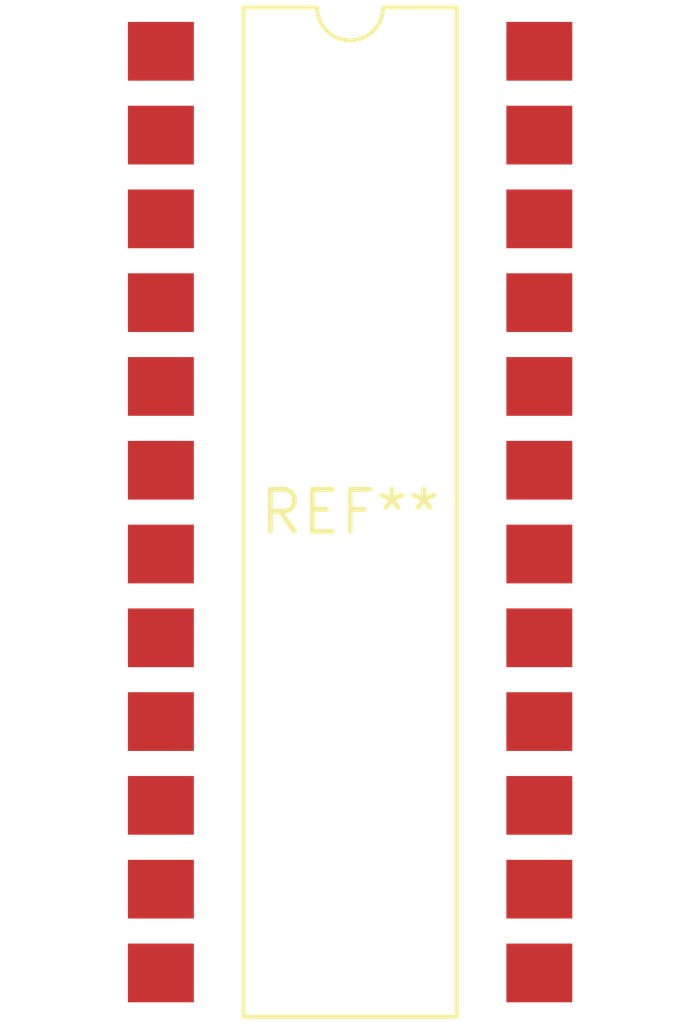
<source format=kicad_pcb>
(kicad_pcb (version 20240108) (generator pcbnew)
  (layers (0 "F.Cu" signal) (31 "B.Cu" signal) (34 "B.Paste" user) (35 "F.Paste" user) (36 "B.SilkS" user "B.Silkscreen") (37 "F.SilkS" user "F.Silkscreen") (38 "B.Mask" user) (39 "F.Mask" user) (44 "Edge.Cuts" user))
  (net 0 "")
  (footprint "SMDIP-24_W11.48mm" (layer "F.Cu") (at 0 0)
    (property "Reference" "REF**")
    (property "Value" "SMDIP-24_W11.48mm")
    (fp_line (start -3.235 -15.3) (end -3.235 15.3) (layer "F.SilkS") (stroke (width 0.12)))
    (fp_line (start -3.235 15.3) (end 3.235 15.3) (layer "F.SilkS") (stroke (width 0.12)))
    (fp_line (start -1 -15.3) (end -3.235 -15.3) (layer "F.SilkS") (stroke (width 0.12)))
    (fp_line (start 3.235 -15.3) (end 1 -15.3) (layer "F.SilkS") (stroke (width 0.12)))
    (fp_line (start 3.235 15.3) (end 3.235 -15.3) (layer "F.SilkS") (stroke (width 0.12)))
    (fp_arc (start 1 -15.3) (mid 0 -14.3) (end -1 -15.3) (layer "F.SilkS") (stroke (width 0.12)))
    (pad "1" smd rect (at -5.74 -13.97) (size 2 1.78) (layers "F.Cu" "F.Paste" "F.Mask"))
    (pad "2" smd rect (at -5.74 -11.43) (size 2 1.78) (layers "F.Cu" "F.Paste" "F.Mask"))
    (pad "3" smd rect (at -5.74 -8.89) (size 2 1.78) (layers "F.Cu" "F.Paste" "F.Mask"))
    (pad "4" smd rect (at -5.74 -6.35) (size 2 1.78) (layers "F.Cu" "F.Paste" "F.Mask"))
    (pad "5" smd rect (at -5.74 -3.81) (size 2 1.78) (layers "F.Cu" "F.Paste" "F.Mask"))
    (pad "6" smd rect (at -5.74 -1.27) (size 2 1.78) (layers "F.Cu" "F.Paste" "F.Mask"))
    (pad "7" smd rect (at -5.74 1.27) (size 2 1.78) (layers "F.Cu" "F.Paste" "F.Mask"))
    (pad "8" smd rect (at -5.74 3.81) (size 2 1.78) (layers "F.Cu" "F.Paste" "F.Mask"))
    (pad "9" smd rect (at -5.74 6.35) (size 2 1.78) (layers "F.Cu" "F.Paste" "F.Mask"))
    (pad "10" smd rect (at -5.74 8.89) (size 2 1.78) (layers "F.Cu" "F.Paste" "F.Mask"))
    (pad "11" smd rect (at -5.74 11.43) (size 2 1.78) (layers "F.Cu" "F.Paste" "F.Mask"))
    (pad "12" smd rect (at -5.74 13.97) (size 2 1.78) (layers "F.Cu" "F.Paste" "F.Mask"))
    (pad "13" smd rect (at 5.74 13.97) (size 2 1.78) (layers "F.Cu" "F.Paste" "F.Mask"))
    (pad "14" smd rect (at 5.74 11.43) (size 2 1.78) (layers "F.Cu" "F.Paste" "F.Mask"))
    (pad "15" smd rect (at 5.74 8.89) (size 2 1.78) (layers "F.Cu" "F.Paste" "F.Mask"))
    (pad "16" smd rect (at 5.74 6.35) (size 2 1.78) (layers "F.Cu" "F.Paste" "F.Mask"))
    (pad "17" smd rect (at 5.74 3.81) (size 2 1.78) (layers "F.Cu" "F.Paste" "F.Mask"))
    (pad "18" smd rect (at 5.74 1.27) (size 2 1.78) (layers "F.Cu" "F.Paste" "F.Mask"))
    (pad "19" smd rect (at 5.74 -1.27) (size 2 1.78) (layers "F.Cu" "F.Paste" "F.Mask"))
    (pad "20" smd rect (at 5.74 -3.81) (size 2 1.78) (layers "F.Cu" "F.Paste" "F.Mask"))
    (pad "21" smd rect (at 5.74 -6.35) (size 2 1.78) (layers "F.Cu" "F.Paste" "F.Mask"))
    (pad "22" smd rect (at 5.74 -8.89) (size 2 1.78) (layers "F.Cu" "F.Paste" "F.Mask"))
    (pad "23" smd rect (at 5.74 -11.43) (size 2 1.78) (layers "F.Cu" "F.Paste" "F.Mask"))
    (pad "24" smd rect (at 5.74 -13.97) (size 2 1.78) (layers "F.Cu" "F.Paste" "F.Mask"))
  )
)
</source>
